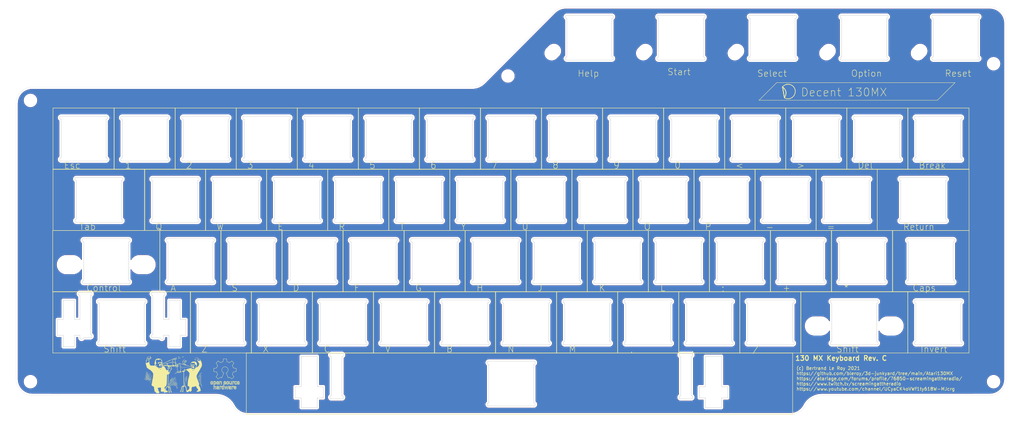
<source format=kicad_pcb>
(kicad_pcb (version 20171130) (host pcbnew "(5.1.10)-1")
  (title_block (title "Atari 130MX Plate") (date 2021-09-16) (rev C))
  (layers (0 F.Cu signal) (31 B.Cu signal) (34 B.Paste user) (35 F.Paste user) (36 B.SilkS user) (37 F.SilkS user) (38 B.Mask user) (39 F.Mask user) (44 Edge.Cuts user))
  (net 0 "")
  (module Atari130MX:SW_Hole_Atari_Space (layer F.Cu) (at 186.47 139.01)
    (fp_text reference SWSpc1 hide)
    (fp_text value SW_Push_45deg)
    (fp_arc (start 56 4.3) (end 56 4.8) (angle -180) (layer Edge.Cuts) (width 0.12))
    (fp_arc (start 56 -8.9) (end 56 -8.4) (angle -180) (layer Edge.Cuts) (width 0.12))
    (fp_arc (start 52.7 4.3) (end 52.7 3.8) (angle -180) (layer Edge.Cuts) (width 0.12))
    (fp_arc (start 52.7 -8.9) (end 52.7 -9.4) (angle -180) (layer Edge.Cuts) (width 0.12))
    (fp_arc (start -56 4.3) (end -56 3.8) (angle -180) (layer Edge.Cuts) (width 0.12))
    (fp_arc (start -56 -8.9) (end -56 -9.4) (angle -180) (layer Edge.Cuts) (width 0.12))
    (fp_arc (start -52.7 4.3) (end -52.7 4.8) (angle -180) (layer Edge.Cuts) (width 0.12))
    (fp_arc (start -52.7 -8.9) (end -52.7 -8.4) (angle -180) (layer Edge.Cuts) (width 0.12))
    (fp_arc (start -7 -6.5) (end -7 -7) (angle -180) (layer Edge.Cuts) (width 0.12))
    (fp_arc (start 7 -6.5) (end 7 -6) (angle -180) (layer Edge.Cuts) (width 0.12))
    (fp_arc (start 7 6.5) (end 7 7) (angle -180) (layer Edge.Cuts) (width 0.12))
    (fp_arc (start -7 6.5) (end -7 6) (angle -180) (layer Edge.Cuts) (width 0.12))
    (fp_line (start -7 -7) (end 7 -7) (layer Edge.Cuts) (width 0.12))
    (fp_line (start -7 7) (end 7 7) (layer Edge.Cuts) (width 0.12))
    (fp_line (start -7 -6) (end -7 6) (layer Edge.Cuts) (width 0.12))
    (fp_line (start 7 -6) (end 7 6) (layer Edge.Cuts) (width 0.12))
    (fp_line (start -56 4.8) (end -52.7 4.8) (layer Edge.Cuts) (width 0.12))
    (fp_line (start -56 -8.4) (end -56 3.8) (layer Edge.Cuts) (width 0.12))
    (fp_line (start -52.7 -9.4) (end -56 -9.4) (layer Edge.Cuts) (width 0.12))
    (fp_line (start -52.7 -8.4) (end -52.7 3.8) (layer Edge.Cuts) (width 0.12))
    (fp_line (start 52.7 4.8) (end 56 4.8) (layer Edge.Cuts) (width 0.12))
    (fp_line (start 52.7 -8.4) (end 52.7 3.8) (layer Edge.Cuts) (width 0.12))
    (fp_line (start 56 -9.4) (end 52.7 -9.4) (layer Edge.Cuts) (width 0.12))
    (fp_line (start 56 -8.4) (end 56 3.8) (layer Edge.Cuts) (width 0.12))
    (fp_line (start -60.4 -8.5) (end -65.4 -8.5) (layer Edge.Cuts) (width 0.12))
    (fp_line (start -65.4 -8.5) (end -65.4 1) (layer Edge.Cuts) (width 0.12))
    (fp_line (start -60.4 -8.5) (end -60.4 1) (layer Edge.Cuts) (width 0.12))
    (fp_line (start -60.4 4.5) (end -60.4 7.5) (layer Edge.Cuts) (width 0.12))
    (fp_line (start -65.4 4.5) (end -65.4 7.5) (layer Edge.Cuts) (width 0.12))
    (fp_line (start -65.4 7.5) (end -60.4 7.5) (layer Edge.Cuts) (width 0.12))
    (fp_line (start -67.3 1) (end -67.3 4.5) (layer Edge.Cuts) (width 0.12))
    (fp_line (start -58.5 1) (end -58.5 4.5) (layer Edge.Cuts) (width 0.12))
    (fp_line (start -67.3 1) (end -65.4 1) (layer Edge.Cuts) (width 0.12))
    (fp_line (start -67.3 4.5) (end -65.4 4.5) (layer Edge.Cuts) (width 0.12))
    (fp_line (start -60.4 4.5) (end -58.5 4.5) (layer Edge.Cuts) (width 0.12))
    (fp_line (start -60.4 1) (end -58.5 1) (layer Edge.Cuts) (width 0.12))
    (fp_line (start 58.5 4.5) (end 60.4 4.5) (layer Edge.Cuts) (width 0.12))
    (fp_line (start 65.4 4.5) (end 67.3 4.5) (layer Edge.Cuts) (width 0.12))
    (fp_line (start 65.4 1) (end 67.3 1) (layer Edge.Cuts) (width 0.12))
    (fp_line (start 58.5 1) (end 60.4 1) (layer Edge.Cuts) (width 0.12))
    (fp_line (start 67.3 1) (end 67.3 4.5) (layer Edge.Cuts) (width 0.12))
    (fp_line (start 65.4 4.5) (end 65.4 7.5) (layer Edge.Cuts) (width 0.12))
    (fp_line (start 60.4 -8.5) (end 60.4 1) (layer Edge.Cuts) (width 0.12))
    (fp_line (start 60.4 4.5) (end 60.4 7.5) (layer Edge.Cuts) (width 0.12))
    (fp_line (start 65.4 -8.5) (end 65.4 1) (layer Edge.Cuts) (width 0.12))
    (fp_line (start 58.5 1) (end 58.5 4.5) (layer Edge.Cuts) (width 0.12))
    (fp_line (start 65.4 -8.5) (end 60.4 -8.5) (layer Edge.Cuts) (width 0.12))
    (fp_line (start 60.4 7.5) (end 65.4 7.5) (layer Edge.Cuts) (width 0.12))
  )
  (module Atari130MX:SW_Hole_2.25u_PCB (layer F.Cu) (at 65.22 119.96)
    (fp_text reference SWLeftSft1 hide)
    (fp_text value SW_Push_45deg)
    (fp_arc (start 12.5 4.8) (end 12 4.8) (angle -180) (layer Edge.Cuts) (width 0.12))
    (fp_arc (start 9.7 4.3) (end 9.7 3.8) (angle -180) (layer Edge.Cuts) (width 0.12))
    (fp_arc (start 13 -8.9) (end 13 -8.4) (angle -180) (layer Edge.Cuts) (width 0.12))
    (fp_arc (start 9.7 -8.9) (end 9.7 -9.4) (angle -180) (layer Edge.Cuts) (width 0.12))
    (fp_arc (start -12.5 4.8) (end -13 4.8) (angle -180) (layer Edge.Cuts) (width 0.12))
    (fp_arc (start -9.7 4.3) (end -9.7 4.8) (angle -180) (layer Edge.Cuts) (width 0.12))
    (fp_arc (start -9.7 -8.9) (end -9.7 -8.4) (angle -180) (layer Edge.Cuts) (width 0.12))
    (fp_arc (start -13 -8.9) (end -13 -9.4) (angle -180) (layer Edge.Cuts) (width 0.12))
    (fp_arc (start -7 6.5) (end -7 6) (angle -180) (layer Edge.Cuts) (width 0.12))
    (fp_arc (start 7 -6.5) (end 7 -6) (angle -180) (layer Edge.Cuts) (width 0.12))
    (fp_arc (start -7 -6.5) (end -7 -7) (angle -180) (layer Edge.Cuts) (width 0.12))
    (fp_arc (start 7 6.5) (end 7 7) (angle -180) (layer Edge.Cuts) (width 0.12))
    (fp_line (start -14.7 -6.9) (end -18.2 -6.9) (layer Edge.Cuts) (width 0.12))
    (fp_line (start -14.7 -0.9) (end -14.7 -6.9) (layer Edge.Cuts) (width 0.12))
    (fp_line (start -13 -0.9) (end -14.7 -0.9) (layer Edge.Cuts) (width 0.12))
    (fp_line (start -13 -8.4) (end -13 -0.9) (layer Edge.Cuts) (width 0.12))
    (fp_line (start -9.7 -9.4) (end -13 -9.4) (layer Edge.Cuts) (width 0.12))
    (fp_line (start -9.7 -8.4) (end -9.7 3.8) (layer Edge.Cuts) (width 0.12))
    (fp_line (start -9.7 4.8) (end -12 4.8) (layer Edge.Cuts) (width 0.12))
    (fp_line (start -13 4.8) (end -13 4) (layer Edge.Cuts) (width 0.12))
    (fp_line (start -13 4) (end -14.7 4) (layer Edge.Cuts) (width 0.12))
    (fp_line (start -14.7 4) (end -14.7 7.6) (layer Edge.Cuts) (width 0.12))
    (fp_line (start -14.7 7.6) (end -18.2 7.6) (layer Edge.Cuts) (width 0.12))
    (fp_line (start -18.2 7.6) (end -18.2 4) (layer Edge.Cuts) (width 0.12))
    (fp_line (start -18.2 4) (end -20 4) (layer Edge.Cuts) (width 0.12))
    (fp_line (start -20 4) (end -20 -0.9) (layer Edge.Cuts) (width 0.12))
    (fp_line (start -20 -0.9) (end -18.2 -0.9) (layer Edge.Cuts) (width 0.12))
    (fp_line (start -18.2 -6.9) (end -18.2 -0.9) (layer Edge.Cuts) (width 0.12))
    (fp_line (start -7 -6) (end -7 6) (layer Edge.Cuts) (width 0.12))
    (fp_line (start -7 -7) (end 7 -7) (layer Edge.Cuts) (width 0.12))
    (fp_line (start -7 7) (end 7 7) (layer Edge.Cuts) (width 0.12))
    (fp_line (start 7 -6) (end 7 6) (layer Edge.Cuts) (width 0.12))
    (fp_line (start 13 -0.9) (end 14.7 -0.9) (layer Edge.Cuts) (width 0.12))
    (fp_line (start 9.7 -9.4) (end 13 -9.4) (layer Edge.Cuts) (width 0.12))
    (fp_line (start 13 -8.4) (end 13 -0.9) (layer Edge.Cuts) (width 0.12))
    (fp_line (start 9.7 -8.4) (end 9.7 3.8) (layer Edge.Cuts) (width 0.12))
    (fp_line (start 9.7 4.8) (end 12 4.8) (layer Edge.Cuts) (width 0.12))
    (fp_line (start 13 4.8) (end 13 4) (layer Edge.Cuts) (width 0.12))
    (fp_line (start 14.7 -6.9) (end 18.2 -6.9) (layer Edge.Cuts) (width 0.12))
    (fp_line (start 14.7 -0.9) (end 14.7 -6.9) (layer Edge.Cuts) (width 0.12))
    (fp_line (start 20 -0.9) (end 18.2 -0.9) (layer Edge.Cuts) (width 0.12))
    (fp_line (start 14.7 4) (end 14.7 7.6) (layer Edge.Cuts) (width 0.12))
    (fp_line (start 14.7 7.6) (end 18.2 7.6) (layer Edge.Cuts) (width 0.12))
    (fp_line (start 20 4) (end 20 -0.9) (layer Edge.Cuts) (width 0.12))
    (fp_line (start 18.2 4) (end 20 4) (layer Edge.Cuts) (width 0.12))
    (fp_line (start 18.2 -6.9) (end 18.2 -0.9) (layer Edge.Cuts) (width 0.12))
    (fp_line (start 13 4) (end 14.7 4) (layer Edge.Cuts) (width 0.12))
    (fp_line (start 18.2 7.6) (end 18.2 4) (layer Edge.Cuts) (width 0.12))
  )
  (module Atari130MX:SW_Hole_1.25u_PCB (layer F.Cu) (at 317.01 100.86)
    (fp_text reference SWCps1 hide)
    (fp_text value SW_Push_45deg)
    (fp_arc (start -7 6.5) (end -7 6) (angle -180) (layer Edge.Cuts) (width 0.12))
    (fp_arc (start 7 6.5) (end 7 7) (angle -180) (layer Edge.Cuts) (width 0.12))
    (fp_arc (start -7 -6.5) (end -7 -7) (angle -180) (layer Edge.Cuts) (width 0.12))
    (fp_arc (start 7 -6.5) (end 7 -6) (angle -180) (layer Edge.Cuts) (width 0.12))
    (fp_line (start 7 -6) (end 7 6) (layer Edge.Cuts) (width 0.12))
    (fp_line (start -7 -7) (end 7 -7) (layer Edge.Cuts) (width 0.12))
    (fp_line (start -7 7) (end 7 7) (layer Edge.Cuts) (width 0.12))
    (fp_line (start -7 -6) (end -7 6) (layer Edge.Cuts) (width 0.12))
  )
  (module Atari130MX:SW_Hole_1.75u_PCB (layer F.Cu) (at 60.41 100.86)
    (fp_text reference SWCtl1 hide)
    (fp_text value SW_Push_45deg)
    (fp_arc (start 7 -6.5) (end 7 -6) (angle -180) (layer Edge.Cuts) (width 0.12))
    (fp_arc (start -7 -6.5) (end -7 -7) (angle -180) (layer Edge.Cuts) (width 0.12))
    (fp_arc (start 7 6.5) (end 7 7) (angle -180) (layer Edge.Cuts) (width 0.12))
    (fp_arc (start -7 6.5) (end -7 6) (angle -180) (layer Edge.Cuts) (width 0.12))
    (fp_line (start -7 7) (end 7 7) (layer Edge.Cuts) (width 0.12))
    (fp_line (start -7 -7) (end 7 -7) (layer Edge.Cuts) (width 0.12))
    (fp_line (start -7 -6) (end -7 6) (layer Edge.Cuts) (width 0.12))
    (fp_line (start 7 -6) (end 7 6) (layer Edge.Cuts) (width 0.12))
    (pad "" np_thru_hole oval (at -11.4 1.1) (size 7 5) (drill oval 7 5) (layers *.Cu *.Mask))
    (pad "" np_thru_hole oval (at 11.4 1.1) (size 7 5) (drill oval 7 5) (layers *.Cu *.Mask))
  )
  (module Atari130MX:SW_Hole_1.75u_PCB (layer F.Cu) (at 293.195 119.96)
    (fp_text reference SWRightSft1 hide)
    (fp_text value SW_Push_45deg)
    (fp_arc (start 7 -6.5) (end 7 -6) (angle -180) (layer Edge.Cuts) (width 0.12))
    (fp_arc (start -7 -6.5) (end -7 -7) (angle -180) (layer Edge.Cuts) (width 0.12))
    (fp_arc (start 7 6.5) (end 7 7) (angle -180) (layer Edge.Cuts) (width 0.12))
    (fp_arc (start -7 6.5) (end -7 6) (angle -180) (layer Edge.Cuts) (width 0.12))
    (fp_line (start -7 7) (end 7 7) (layer Edge.Cuts) (width 0.12))
    (fp_line (start -7 -7) (end 7 -7) (layer Edge.Cuts) (width 0.12))
    (fp_line (start -7 -6) (end -7 6) (layer Edge.Cuts) (width 0.12))
    (fp_line (start 7 -6) (end 7 6) (layer Edge.Cuts) (width 0.12))
    (pad "" np_thru_hole oval (at -11.4 1.1) (size 7 5) (drill oval 7 5) (layers *.Cu *.Mask))
    (pad "" np_thru_hole oval (at 11.4 1.1) (size 7 5) (drill oval 7 5) (layers *.Cu *.Mask))
  )
  (module Atari130MX:SW_Hole_1.50u_Atari_Fn_PCB (layer F.Cu) (at 296.27 31.24)
    (fp_text reference SWOption1 hide)
    (fp_text value SW_Push_45deg)
    (fp_arc (start 7 -6.5) (end 7 -6) (angle -180) (layer Edge.Cuts) (width 0.12))
    (fp_arc (start -7 -6.5) (end -7 -7) (angle -180) (layer Edge.Cuts) (width 0.12))
    (fp_arc (start 7 6.5) (end 7 7) (angle -180) (layer Edge.Cuts) (width 0.12))
    (fp_arc (start -7 6.5) (end -7 6) (angle -180) (layer Edge.Cuts) (width 0.12))
    (fp_line (start 7 -6) (end 7 6) (layer Edge.Cuts) (width 0.12))
    (fp_line (start -7 -6) (end -7 6) (layer Edge.Cuts) (width 0.12))
    (fp_line (start -7 -7) (end 7 -7) (layer Edge.Cuts) (width 0.12))
    (fp_line (start -7 7) (end 7 7) (layer Edge.Cuts) (width 0.12))
    (pad "" np_thru_hole oval (at -11.4 4.5 45) (size 4.5 3.5) (drill oval 4.5 3.5) (layers *.Cu *.Mask))
  )
  (module Atari130MX:SW_Hole_1.50u_Atari_Fn_PCB (layer F.Cu) (at 239.27 31.24)
    (fp_text reference SWStart1 hide)
    (fp_text value SW_Push_45deg)
    (fp_arc (start 7 -6.5) (end 7 -6) (angle -180) (layer Edge.Cuts) (width 0.12))
    (fp_arc (start -7 -6.5) (end -7 -7) (angle -180) (layer Edge.Cuts) (width 0.12))
    (fp_arc (start 7 6.5) (end 7 7) (angle -180) (layer Edge.Cuts) (width 0.12))
    (fp_arc (start -7 6.5) (end -7 6) (angle -180) (layer Edge.Cuts) (width 0.12))
    (fp_line (start 7 -6) (end 7 6) (layer Edge.Cuts) (width 0.12))
    (fp_line (start -7 -6) (end -7 6) (layer Edge.Cuts) (width 0.12))
    (fp_line (start -7 -7) (end 7 -7) (layer Edge.Cuts) (width 0.12))
    (fp_line (start -7 7) (end 7 7) (layer Edge.Cuts) (width 0.12))
    (pad "" np_thru_hole oval (at -11.4 4.5 45) (size 4.5 3.5) (drill oval 4.5 3.5) (layers *.Cu *.Mask))
  )
  (module Atari130MX:SW_Hole_1.50u_Atari_Fn_PCB (layer F.Cu) (at 210.77 31.24)
    (fp_text reference SWHlp1 hide)
    (fp_text value SW_Push_45deg)
    (fp_arc (start 7 -6.5) (end 7 -6) (angle -180) (layer Edge.Cuts) (width 0.12))
    (fp_arc (start -7 -6.5) (end -7 -7) (angle -180) (layer Edge.Cuts) (width 0.12))
    (fp_arc (start 7 6.5) (end 7 7) (angle -180) (layer Edge.Cuts) (width 0.12))
    (fp_arc (start -7 6.5) (end -7 6) (angle -180) (layer Edge.Cuts) (width 0.12))
    (fp_line (start 7 -6) (end 7 6) (layer Edge.Cuts) (width 0.12))
    (fp_line (start -7 -6) (end -7 6) (layer Edge.Cuts) (width 0.12))
    (fp_line (start -7 -7) (end 7 -7) (layer Edge.Cuts) (width 0.12))
    (fp_line (start -7 7) (end 7 7) (layer Edge.Cuts) (width 0.12))
    (pad "" np_thru_hole oval (at -11.4 4.5 45) (size 4.5 3.5) (drill oval 4.5 3.5) (layers *.Cu *.Mask))
  )
  (module Atari130MX:SW_Hole_1.50u_Atari_Fn_PCB (layer F.Cu) (at 324.77 31.24)
    (fp_text reference SWReset1 hide)
    (fp_text value SW_Push_45deg)
    (fp_arc (start 7 -6.5) (end 7 -6) (angle -180) (layer Edge.Cuts) (width 0.12))
    (fp_arc (start -7 -6.5) (end -7 -7) (angle -180) (layer Edge.Cuts) (width 0.12))
    (fp_arc (start 7 6.5) (end 7 7) (angle -180) (layer Edge.Cuts) (width 0.12))
    (fp_arc (start -7 6.5) (end -7 6) (angle -180) (layer Edge.Cuts) (width 0.12))
    (fp_line (start 7 -6) (end 7 6) (layer Edge.Cuts) (width 0.12))
    (fp_line (start -7 -6) (end -7 6) (layer Edge.Cuts) (width 0.12))
    (fp_line (start -7 -7) (end 7 -7) (layer Edge.Cuts) (width 0.12))
    (fp_line (start -7 7) (end 7 7) (layer Edge.Cuts) (width 0.12))
    (pad "" np_thru_hole oval (at -11.4 4.5 45) (size 4.5 3.5) (drill oval 4.5 3.5) (layers *.Cu *.Mask))
  )
  (module Atari130MX:SW_Hole_1.50u_Atari_Fn_PCB (layer F.Cu) (at 267.77 31.24)
    (fp_text reference SWSelect1 hide)
    (fp_text value SW_Push_45deg)
    (fp_arc (start 7 -6.5) (end 7 -6) (angle -180) (layer Edge.Cuts) (width 0.12))
    (fp_arc (start -7 -6.5) (end -7 -7) (angle -180) (layer Edge.Cuts) (width 0.12))
    (fp_arc (start 7 6.5) (end 7 7) (angle -180) (layer Edge.Cuts) (width 0.12))
    (fp_arc (start -7 6.5) (end -7 6) (angle -180) (layer Edge.Cuts) (width 0.12))
    (fp_line (start 7 -6) (end 7 6) (layer Edge.Cuts) (width 0.12))
    (fp_line (start -7 -6) (end -7 6) (layer Edge.Cuts) (width 0.12))
    (fp_line (start -7 -7) (end 7 -7) (layer Edge.Cuts) (width 0.12))
    (fp_line (start -7 7) (end 7 7) (layer Edge.Cuts) (width 0.12))
    (pad "" np_thru_hole oval (at -11.4 4.5 45) (size 4.5 3.5) (drill oval 4.5 3.5) (layers *.Cu *.Mask))
  )
  (module Atari130MX:ScreamingAtTheRadio (layer F.Cu) (at 81.37 135.19)
    (fp_text reference G*** hide)
    (fp_text value LOGO hide)
  )
  (module Atari130MX:SW_Hole_1.50u_PCB (layer F.Cu) (at 58.13 81.79)
    (fp_text reference SWTab1 hide)
    (fp_text value SW_Push_45deg)
    (fp_arc (start 7 -6.5) (end 7 -6) (angle -180) (layer Edge.Cuts) (width 0.12))
    (fp_arc (start -7 -6.5) (end -7 -7) (angle -180) (layer Edge.Cuts) (width 0.12))
    (fp_arc (start 7 6.5) (end 7 7) (angle -180) (layer Edge.Cuts) (width 0.12))
    (fp_arc (start -7 6.5) (end -7 6) (angle -180) (layer Edge.Cuts) (width 0.12))
    (fp_line (start -7 7) (end 7 7) (layer Edge.Cuts) (width 0.12))
    (fp_line (start -7 -7) (end 7 -7) (layer Edge.Cuts) (width 0.12))
    (fp_line (start -7 -6) (end -7 6) (layer Edge.Cuts) (width 0.12))
    (fp_line (start 7 -6) (end 7 6) (layer Edge.Cuts) (width 0.12))
  )
  (module Atari130MX:SW_Hole_1.50u_PCB (layer F.Cu) (at 314.63 81.79)
    (fp_text reference SWRet1 hide)
    (fp_text value SW_Push_45deg)
    (fp_arc (start 7 -6.5) (end 7 -6) (angle -180) (layer Edge.Cuts) (width 0.12))
    (fp_arc (start -7 -6.5) (end -7 -7) (angle -180) (layer Edge.Cuts) (width 0.12))
    (fp_arc (start 7 6.5) (end 7 7) (angle -180) (layer Edge.Cuts) (width 0.12))
    (fp_arc (start -7 6.5) (end -7 6) (angle -180) (layer Edge.Cuts) (width 0.12))
    (fp_line (start -7 7) (end 7 7) (layer Edge.Cuts) (width 0.12))
    (fp_line (start -7 -7) (end 7 -7) (layer Edge.Cuts) (width 0.12))
    (fp_line (start -7 -6) (end -7 6) (layer Edge.Cuts) (width 0.12))
    (fp_line (start 7 -6) (end 7 6) (layer Edge.Cuts) (width 0.12))
  )
  (module Atari130MX:SW_Hole_1.00u_PCB (layer F.Cu) (at 53.37 62.69)
    (fp_text reference SWEsc1 hide)
    (fp_text value SW_Push_45deg)
    (fp_arc (start -7 6.5) (end -7 6) (angle -180) (layer Edge.Cuts) (width 0.12))
    (fp_arc (start 7 6.5) (end 7 7) (angle -180) (layer Edge.Cuts) (width 0.12))
    (fp_arc (start -7 -6.5) (end -7 -7) (angle -180) (layer Edge.Cuts) (width 0.12))
    (fp_arc (start 7 -6.5) (end 7 -6) (angle -180) (layer Edge.Cuts) (width 0.12))
    (fp_line (start 7 -6) (end 7 6) (layer Edge.Cuts) (width 0.12))
    (fp_line (start -7 -7) (end 7 -7) (layer Edge.Cuts) (width 0.12))
    (fp_line (start -7 7) (end 7 7) (layer Edge.Cuts) (width 0.12))
    (fp_line (start -7 -6) (end -7 6) (layer Edge.Cuts) (width 0.12))
  )
  (module Atari130MX:SW_Hole_1.00u_PCB (layer F.Cu) (at 200.61 100.86)
    (fp_text reference SWJ1 hide)
    (fp_text value SW_Push_45deg)
    (fp_arc (start -7 6.5) (end -7 6) (angle -180) (layer Edge.Cuts) (width 0.12))
    (fp_arc (start 7 6.5) (end 7 7) (angle -180) (layer Edge.Cuts) (width 0.12))
    (fp_arc (start -7 -6.5) (end -7 -7) (angle -180) (layer Edge.Cuts) (width 0.12))
    (fp_arc (start 7 -6.5) (end 7 -6) (angle -180) (layer Edge.Cuts) (width 0.12))
    (fp_line (start 7 -6) (end 7 6) (layer Edge.Cuts) (width 0.12))
    (fp_line (start -7 -7) (end 7 -7) (layer Edge.Cuts) (width 0.12))
    (fp_line (start -7 7) (end 7 7) (layer Edge.Cuts) (width 0.12))
    (fp_line (start -7 -6) (end -7 6) (layer Edge.Cuts) (width 0.12))
  )
  (module Atari130MX:SW_Hole_1.00u_PCB (layer F.Cu) (at 143.61 100.86)
    (fp_text reference SWF1 hide)
    (fp_text value SW_Push_45deg)
    (fp_arc (start -7 6.5) (end -7 6) (angle -180) (layer Edge.Cuts) (width 0.12))
    (fp_arc (start 7 6.5) (end 7 7) (angle -180) (layer Edge.Cuts) (width 0.12))
    (fp_arc (start -7 -6.5) (end -7 -7) (angle -180) (layer Edge.Cuts) (width 0.12))
    (fp_arc (start 7 -6.5) (end 7 -6) (angle -180) (layer Edge.Cuts) (width 0.12))
    (fp_line (start 7 -6) (end 7 6) (layer Edge.Cuts) (width 0.12))
    (fp_line (start -7 -7) (end 7 -7) (layer Edge.Cuts) (width 0.12))
    (fp_line (start -7 7) (end 7 7) (layer Edge.Cuts) (width 0.12))
    (fp_line (start -7 -6) (end -7 6) (layer Edge.Cuts) (width 0.12))
  )
  (module Atari130MX:SW_Hole_1.00u_PCB (layer F.Cu) (at 134.07 119.96)
    (fp_text reference SWC1 hide)
    (fp_text value SW_Push_45deg)
    (fp_arc (start -7 6.5) (end -7 6) (angle -180) (layer Edge.Cuts) (width 0.12))
    (fp_arc (start 7 6.5) (end 7 7) (angle -180) (layer Edge.Cuts) (width 0.12))
    (fp_arc (start -7 -6.5) (end -7 -7) (angle -180) (layer Edge.Cuts) (width 0.12))
    (fp_arc (start 7 -6.5) (end 7 -6) (angle -180) (layer Edge.Cuts) (width 0.12))
    (fp_line (start 7 -6) (end 7 6) (layer Edge.Cuts) (width 0.12))
    (fp_line (start -7 -7) (end 7 -7) (layer Edge.Cuts) (width 0.12))
    (fp_line (start -7 7) (end 7 7) (layer Edge.Cuts) (width 0.12))
    (fp_line (start -7 -6) (end -7 6) (layer Edge.Cuts) (width 0.12))
  )
  (module Atari130MX:SW_Hole_1.00u_PCB (layer F.Cu) (at 229.07 119.96)
    (fp_text reference SWComma1 hide)
    (fp_text value SW_Push_45deg)
    (fp_arc (start -7 6.5) (end -7 6) (angle -180) (layer Edge.Cuts) (width 0.12))
    (fp_arc (start 7 6.5) (end 7 7) (angle -180) (layer Edge.Cuts) (width 0.12))
    (fp_arc (start -7 -6.5) (end -7 -7) (angle -180) (layer Edge.Cuts) (width 0.12))
    (fp_arc (start 7 -6.5) (end 7 -6) (angle -180) (layer Edge.Cuts) (width 0.12))
    (fp_line (start 7 -6) (end 7 6) (layer Edge.Cuts) (width 0.12))
    (fp_line (start -7 -7) (end 7 -7) (layer Edge.Cuts) (width 0.12))
    (fp_line (start -7 7) (end 7 7) (layer Edge.Cuts) (width 0.12))
    (fp_line (start -7 -6) (end -7 6) (layer Edge.Cuts) (width 0.12))
  )
  (module Atari130MX:SW_Hole_1.00u_PCB (layer F.Cu) (at 124.61 100.86)
    (fp_text reference SWD1 hide)
    (fp_text value SW_Push_45deg)
    (fp_arc (start -7 6.5) (end -7 6) (angle -180) (layer Edge.Cuts) (width 0.12))
    (fp_arc (start 7 6.5) (end 7 7) (angle -180) (layer Edge.Cuts) (width 0.12))
    (fp_arc (start -7 -6.5) (end -7 -7) (angle -180) (layer Edge.Cuts) (width 0.12))
    (fp_arc (start 7 -6.5) (end 7 -6) (angle -180) (layer Edge.Cuts) (width 0.12))
    (fp_line (start 7 -6) (end 7 6) (layer Edge.Cuts) (width 0.12))
    (fp_line (start -7 -7) (end 7 -7) (layer Edge.Cuts) (width 0.12))
    (fp_line (start -7 7) (end 7 7) (layer Edge.Cuts) (width 0.12))
    (fp_line (start -7 -6) (end -7 6) (layer Edge.Cuts) (width 0.12))
  )
  (module Atari130MX:SW_Hole_1.00u_PCB (layer F.Cu) (at 290.83 81.79)
    (fp_text reference SWEqual1 hide)
    (fp_text value SW_Push_45deg)
    (fp_arc (start -7 6.5) (end -7 6) (angle -180) (layer Edge.Cuts) (width 0.12))
    (fp_arc (start 7 6.5) (end 7 7) (angle -180) (layer Edge.Cuts) (width 0.12))
    (fp_arc (start -7 -6.5) (end -7 -7) (angle -180) (layer Edge.Cuts) (width 0.12))
    (fp_arc (start 7 -6.5) (end 7 -6) (angle -180) (layer Edge.Cuts) (width 0.12))
    (fp_line (start 7 -6) (end 7 6) (layer Edge.Cuts) (width 0.12))
    (fp_line (start -7 -7) (end 7 -7) (layer Edge.Cuts) (width 0.12))
    (fp_line (start -7 7) (end 7 7) (layer Edge.Cuts) (width 0.12))
    (fp_line (start -7 -6) (end -7 6) (layer Edge.Cuts) (width 0.12))
  )
  (module Atari130MX:SW_Hole_1.00u_PCB (layer F.Cu) (at 162.61 100.86)
    (fp_text reference SWG1 hide)
    (fp_text value SW_Push_45deg)
    (fp_arc (start -7 6.5) (end -7 6) (angle -180) (layer Edge.Cuts) (width 0.12))
    (fp_arc (start 7 6.5) (end 7 7) (angle -180) (layer Edge.Cuts) (width 0.12))
    (fp_arc (start -7 -6.5) (end -7 -7) (angle -180) (layer Edge.Cuts) (width 0.12))
    (fp_arc (start 7 -6.5) (end 7 -6) (angle -180) (layer Edge.Cuts) (width 0.12))
    (fp_line (start 7 -6) (end 7 6) (layer Edge.Cuts) (width 0.12))
    (fp_line (start -7 -7) (end 7 -7) (layer Edge.Cuts) (width 0.12))
    (fp_line (start -7 7) (end 7 7) (layer Edge.Cuts) (width 0.12))
    (fp_line (start -7 -6) (end -7 6) (layer Edge.Cuts) (width 0.12))
  )
  (module Atari130MX:SW_Hole_1.00u_PCB (layer F.Cu) (at 214.83 81.79)
    (fp_text reference SWI1 hide)
    (fp_text value SW_Push_45deg)
    (fp_arc (start -7 6.5) (end -7 6) (angle -180) (layer Edge.Cuts) (width 0.12))
    (fp_arc (start 7 6.5) (end 7 7) (angle -180) (layer Edge.Cuts) (width 0.12))
    (fp_arc (start -7 -6.5) (end -7 -7) (angle -180) (layer Edge.Cuts) (width 0.12))
    (fp_arc (start 7 -6.5) (end 7 -6) (angle -180) (layer Edge.Cuts) (width 0.12))
    (fp_line (start 7 -6) (end 7 6) (layer Edge.Cuts) (width 0.12))
    (fp_line (start -7 -7) (end 7 -7) (layer Edge.Cuts) (width 0.12))
    (fp_line (start -7 7) (end 7 7) (layer Edge.Cuts) (width 0.12))
    (fp_line (start -7 -6) (end -7 6) (layer Edge.Cuts) (width 0.12))
  )
  (module Atari130MX:SW_Hole_1.00u_PCB (layer F.Cu) (at 172.07 119.96)
    (fp_text reference SWB1 hide)
    (fp_text value SW_Push_45deg)
    (fp_arc (start -7 6.5) (end -7 6) (angle -180) (layer Edge.Cuts) (width 0.12))
    (fp_arc (start 7 6.5) (end 7 7) (angle -180) (layer Edge.Cuts) (width 0.12))
    (fp_arc (start -7 -6.5) (end -7 -7) (angle -180) (layer Edge.Cuts) (width 0.12))
    (fp_arc (start 7 -6.5) (end 7 -6) (angle -180) (layer Edge.Cuts) (width 0.12))
    (fp_line (start 7 -6) (end 7 6) (layer Edge.Cuts) (width 0.12))
    (fp_line (start -7 -7) (end 7 -7) (layer Edge.Cuts) (width 0.12))
    (fp_line (start -7 7) (end 7 7) (layer Edge.Cuts) (width 0.12))
    (fp_line (start -7 -6) (end -7 6) (layer Edge.Cuts) (width 0.12))
  )
  (module Atari130MX:SW_Hole_1.00u_PCB (layer F.Cu) (at 319.37 62.69)
    (fp_text reference SWBrk1 hide)
    (fp_text value SW_Push_45deg)
    (fp_arc (start -7 6.5) (end -7 6) (angle -180) (layer Edge.Cuts) (width 0.12))
    (fp_arc (start 7 6.5) (end 7 7) (angle -180) (layer Edge.Cuts) (width 0.12))
    (fp_arc (start -7 -6.5) (end -7 -7) (angle -180) (layer Edge.Cuts) (width 0.12))
    (fp_arc (start 7 -6.5) (end 7 -6) (angle -180) (layer Edge.Cuts) (width 0.12))
    (fp_line (start 7 -6) (end 7 6) (layer Edge.Cuts) (width 0.12))
    (fp_line (start -7 -7) (end 7 -7) (layer Edge.Cuts) (width 0.12))
    (fp_line (start -7 7) (end 7 7) (layer Edge.Cuts) (width 0.12))
    (fp_line (start -7 -6) (end -7 6) (layer Edge.Cuts) (width 0.12))
  )
  (module Atari130MX:SW_Hole_1.00u_PCB (layer F.Cu) (at 119.83 81.79)
    (fp_text reference SWE1 hide)
    (fp_text value SW_Push_45deg)
    (fp_arc (start -7 6.5) (end -7 6) (angle -180) (layer Edge.Cuts) (width 0.12))
    (fp_arc (start 7 6.5) (end 7 7) (angle -180) (layer Edge.Cuts) (width 0.12))
    (fp_arc (start -7 -6.5) (end -7 -7) (angle -180) (layer Edge.Cuts) (width 0.12))
    (fp_arc (start 7 -6.5) (end 7 -6) (angle -180) (layer Edge.Cuts) (width 0.12))
    (fp_line (start 7 -6) (end 7 6) (layer Edge.Cuts) (width 0.12))
    (fp_line (start -7 -7) (end 7 -7) (layer Edge.Cuts) (width 0.12))
    (fp_line (start -7 7) (end 7 7) (layer Edge.Cuts) (width 0.12))
    (fp_line (start -7 -6) (end -7 6) (layer Edge.Cuts) (width 0.12))
  )
  (module Atari130MX:SW_Hole_1.00u_PCB (layer F.Cu) (at 319.37 119.96)
    (fp_text reference SWInv1 hide)
    (fp_text value SW_Push_45deg)
    (fp_arc (start -7 6.5) (end -7 6) (angle -180) (layer Edge.Cuts) (width 0.12))
    (fp_arc (start 7 6.5) (end 7 7) (angle -180) (layer Edge.Cuts) (width 0.12))
    (fp_arc (start -7 -6.5) (end -7 -7) (angle -180) (layer Edge.Cuts) (width 0.12))
    (fp_arc (start 7 -6.5) (end 7 -6) (angle -180) (layer Edge.Cuts) (width 0.12))
    (fp_line (start 7 -6) (end 7 6) (layer Edge.Cuts) (width 0.12))
    (fp_line (start -7 -7) (end 7 -7) (layer Edge.Cuts) (width 0.12))
    (fp_line (start -7 7) (end 7 7) (layer Edge.Cuts) (width 0.12))
    (fp_line (start -7 -6) (end -7 6) (layer Edge.Cuts) (width 0.12))
  )
  (module Atari130MX:SW_Hole_1.00u_PCB (layer F.Cu) (at 271.83 81.79)
    (fp_text reference SWDash1 hide)
    (fp_text value SW_Push_45deg)
    (fp_arc (start -7 6.5) (end -7 6) (angle -180) (layer Edge.Cuts) (width 0.12))
    (fp_arc (start 7 6.5) (end 7 7) (angle -180) (layer Edge.Cuts) (width 0.12))
    (fp_arc (start -7 -6.5) (end -7 -7) (angle -180) (layer Edge.Cuts) (width 0.12))
    (fp_arc (start 7 -6.5) (end 7 -6) (angle -180) (layer Edge.Cuts) (width 0.12))
    (fp_line (start 7 -6) (end 7 6) (layer Edge.Cuts) (width 0.12))
    (fp_line (start -7 -7) (end 7 -7) (layer Edge.Cuts) (width 0.12))
    (fp_line (start -7 7) (end 7 7) (layer Edge.Cuts) (width 0.12))
    (fp_line (start -7 -6) (end -7 6) (layer Edge.Cuts) (width 0.12))
  )
  (module Atari130MX:SW_Hole_1.00u_PCB (layer F.Cu) (at 300.37 62.69)
    (fp_text reference SWDel1 hide)
    (fp_text value SW_Push_45deg)
    (fp_arc (start -7 6.5) (end -7 6) (angle -180) (layer Edge.Cuts) (width 0.12))
    (fp_arc (start 7 6.5) (end 7 7) (angle -180) (layer Edge.Cuts) (width 0.12))
    (fp_arc (start -7 -6.5) (end -7 -7) (angle -180) (layer Edge.Cuts) (width 0.12))
    (fp_arc (start 7 -6.5) (end 7 -6) (angle -180) (layer Edge.Cuts) (width 0.12))
    (fp_line (start 7 -6) (end 7 6) (layer Edge.Cuts) (width 0.12))
    (fp_line (start -7 -7) (end 7 -7) (layer Edge.Cuts) (width 0.12))
    (fp_line (start -7 7) (end 7 7) (layer Edge.Cuts) (width 0.12))
    (fp_line (start -7 -6) (end -7 6) (layer Edge.Cuts) (width 0.12))
  )
  (module Atari130MX:SW_Hole_1.00u_PCB (layer F.Cu) (at 281.37 62.69)
    (fp_text reference SWGT1 hide)
    (fp_text value SW_Push_45deg)
    (fp_arc (start -7 6.5) (end -7 6) (angle -180) (layer Edge.Cuts) (width 0.12))
    (fp_arc (start 7 6.5) (end 7 7) (angle -180) (layer Edge.Cuts) (width 0.12))
    (fp_arc (start -7 -6.5) (end -7 -7) (angle -180) (layer Edge.Cuts) (width 0.12))
    (fp_arc (start 7 -6.5) (end 7 -6) (angle -180) (layer Edge.Cuts) (width 0.12))
    (fp_line (start 7 -6) (end 7 6) (layer Edge.Cuts) (width 0.12))
    (fp_line (start -7 -7) (end 7 -7) (layer Edge.Cuts) (width 0.12))
    (fp_line (start -7 7) (end 7 7) (layer Edge.Cuts) (width 0.12))
    (fp_line (start -7 -6) (end -7 6) (layer Edge.Cuts) (width 0.12))
  )
  (module Atari130MX:SW_Hole_1.00u_PCB (layer F.Cu) (at 181.61 100.86)
    (fp_text reference SWH1 hide)
    (fp_text value SW_Push_45deg)
    (fp_arc (start -7 6.5) (end -7 6) (angle -180) (layer Edge.Cuts) (width 0.12))
    (fp_arc (start 7 6.5) (end 7 7) (angle -180) (layer Edge.Cuts) (width 0.12))
    (fp_arc (start -7 -6.5) (end -7 -7) (angle -180) (layer Edge.Cuts) (width 0.12))
    (fp_arc (start 7 -6.5) (end 7 -6) (angle -180) (layer Edge.Cuts) (width 0.12))
    (fp_line (start 7 -6) (end 7 6) (layer Edge.Cuts) (width 0.12))
    (fp_line (start -7 -7) (end 7 -7) (layer Edge.Cuts) (width 0.12))
    (fp_line (start -7 7) (end 7 7) (layer Edge.Cuts) (width 0.12))
    (fp_line (start -7 -6) (end -7 6) (layer Edge.Cuts) (width 0.12))
  )
  (module Atari130MX:SW_Hole_1.00u_PCB (layer F.Cu) (at 252.83 81.79)
    (fp_text reference SWP1 hide)
    (fp_text value SW_Push_45deg)
    (fp_arc (start -7 6.5) (end -7 6) (angle -180) (layer Edge.Cuts) (width 0.12))
    (fp_arc (start 7 6.5) (end 7 7) (angle -180) (layer Edge.Cuts) (width 0.12))
    (fp_arc (start -7 -6.5) (end -7 -7) (angle -180) (layer Edge.Cuts) (width 0.12))
    (fp_arc (start 7 -6.5) (end 7 -6) (angle -180) (layer Edge.Cuts) (width 0.12))
    (fp_line (start 7 -6) (end 7 6) (layer Edge.Cuts) (width 0.12))
    (fp_line (start -7 -7) (end 7 -7) (layer Edge.Cuts) (width 0.12))
    (fp_line (start -7 7) (end 7 7) (layer Edge.Cuts) (width 0.12))
    (fp_line (start -7 -6) (end -7 6) (layer Edge.Cuts) (width 0.12))
  )
  (module Atari130MX:SW_Hole_1.00u_PCB (layer F.Cu) (at 267.07 119.96)
    (fp_text reference SWSlash1 hide)
    (fp_text value SW_Push_45deg)
    (fp_arc (start -7 6.5) (end -7 6) (angle -180) (layer Edge.Cuts) (width 0.12))
    (fp_arc (start 7 6.5) (end 7 7) (angle -180) (layer Edge.Cuts) (width 0.12))
    (fp_arc (start -7 -6.5) (end -7 -7) (angle -180) (layer Edge.Cuts) (width 0.12))
    (fp_arc (start 7 -6.5) (end 7 -6) (angle -180) (layer Edge.Cuts) (width 0.12))
    (fp_line (start 7 -6) (end 7 6) (layer Edge.Cuts) (width 0.12))
    (fp_line (start -7 -7) (end 7 -7) (layer Edge.Cuts) (width 0.12))
    (fp_line (start -7 7) (end 7 7) (layer Edge.Cuts) (width 0.12))
    (fp_line (start -7 -6) (end -7 6) (layer Edge.Cuts) (width 0.12))
  )
  (module Atari130MX:SW_Hole_1.00u_PCB (layer F.Cu) (at 257.61 100.86)
    (fp_text reference SWSemi1 hide)
    (fp_text value SW_Push_45deg)
    (fp_arc (start -7 6.5) (end -7 6) (angle -180) (layer Edge.Cuts) (width 0.12))
    (fp_arc (start 7 6.5) (end 7 7) (angle -180) (layer Edge.Cuts) (width 0.12))
    (fp_arc (start -7 -6.5) (end -7 -7) (angle -180) (layer Edge.Cuts) (width 0.12))
    (fp_arc (start 7 -6.5) (end 7 -6) (angle -180) (layer Edge.Cuts) (width 0.12))
    (fp_line (start 7 -6) (end 7 6) (layer Edge.Cuts) (width 0.12))
    (fp_line (start -7 -7) (end 7 -7) (layer Edge.Cuts) (width 0.12))
    (fp_line (start -7 7) (end 7 7) (layer Edge.Cuts) (width 0.12))
    (fp_line (start -7 -6) (end -7 6) (layer Edge.Cuts) (width 0.12))
  )
  (module Atari130MX:SW_Hole_1.00u_PCB (layer F.Cu) (at 262.37 62.69)
    (fp_text reference SWLT1 hide)
    (fp_text value SW_Push_45deg)
    (fp_arc (start -7 6.5) (end -7 6) (angle -180) (layer Edge.Cuts) (width 0.12))
    (fp_arc (start 7 6.5) (end 7 7) (angle -180) (layer Edge.Cuts) (width 0.12))
    (fp_arc (start -7 -6.5) (end -7 -7) (angle -180) (layer Edge.Cuts) (width 0.12))
    (fp_arc (start 7 -6.5) (end 7 -6) (angle -180) (layer Edge.Cuts) (width 0.12))
    (fp_line (start 7 -6) (end 7 6) (layer Edge.Cuts) (width 0.12))
    (fp_line (start -7 -7) (end 7 -7) (layer Edge.Cuts) (width 0.12))
    (fp_line (start -7 7) (end 7 7) (layer Edge.Cuts) (width 0.12))
    (fp_line (start -7 -6) (end -7 6) (layer Edge.Cuts) (width 0.12))
  )
  (module Atari130MX:SW_Hole_1.00u_PCB (layer F.Cu) (at 191.07 119.96)
    (fp_text reference SWN1 hide)
    (fp_text value SW_Push_45deg)
    (fp_arc (start -7 6.5) (end -7 6) (angle -180) (layer Edge.Cuts) (width 0.12))
    (fp_arc (start 7 6.5) (end 7 7) (angle -180) (layer Edge.Cuts) (width 0.12))
    (fp_arc (start -7 -6.5) (end -7 -7) (angle -180) (layer Edge.Cuts) (width 0.12))
    (fp_arc (start 7 -6.5) (end 7 -6) (angle -180) (layer Edge.Cuts) (width 0.12))
    (fp_line (start 7 -6) (end 7 6) (layer Edge.Cuts) (width 0.12))
    (fp_line (start -7 -7) (end 7 -7) (layer Edge.Cuts) (width 0.12))
    (fp_line (start -7 7) (end 7 7) (layer Edge.Cuts) (width 0.12))
    (fp_line (start -7 -6) (end -7 6) (layer Edge.Cuts) (width 0.12))
  )
  (module Atari130MX:SW_Hole_1.00u_PCB (layer F.Cu) (at 157.83 81.79)
    (fp_text reference SWT1 hide)
    (fp_text value SW_Push_45deg)
    (fp_arc (start -7 6.5) (end -7 6) (angle -180) (layer Edge.Cuts) (width 0.12))
    (fp_arc (start 7 6.5) (end 7 7) (angle -180) (layer Edge.Cuts) (width 0.12))
    (fp_arc (start -7 -6.5) (end -7 -7) (angle -180) (layer Edge.Cuts) (width 0.12))
    (fp_arc (start 7 -6.5) (end 7 -6) (angle -180) (layer Edge.Cuts) (width 0.12))
    (fp_line (start 7 -6) (end 7 6) (layer Edge.Cuts) (width 0.12))
    (fp_line (start -7 -7) (end 7 -7) (layer Edge.Cuts) (width 0.12))
    (fp_line (start -7 7) (end 7 7) (layer Edge.Cuts) (width 0.12))
    (fp_line (start -7 -6) (end -7 6) (layer Edge.Cuts) (width 0.12))
  )
  (module Atari130MX:SW_Hole_1.00u_PCB (layer F.Cu) (at 210.07 119.96)
    (fp_text reference SWM1 hide)
    (fp_text value SW_Push_45deg)
    (fp_arc (start -7 6.5) (end -7 6) (angle -180) (layer Edge.Cuts) (width 0.12))
    (fp_arc (start 7 6.5) (end 7 7) (angle -180) (layer Edge.Cuts) (width 0.12))
    (fp_arc (start -7 -6.5) (end -7 -7) (angle -180) (layer Edge.Cuts) (width 0.12))
    (fp_arc (start 7 -6.5) (end 7 -6) (angle -180) (layer Edge.Cuts) (width 0.12))
    (fp_line (start 7 -6) (end 7 6) (layer Edge.Cuts) (width 0.12))
    (fp_line (start -7 -7) (end 7 -7) (layer Edge.Cuts) (width 0.12))
    (fp_line (start -7 7) (end 7 7) (layer Edge.Cuts) (width 0.12))
    (fp_line (start -7 -6) (end -7 6) (layer Edge.Cuts) (width 0.12))
  )
  (module Atari130MX:SW_Hole_1.00u_PCB (layer F.Cu) (at 105.61 100.86)
    (fp_text reference SWS1 hide)
    (fp_text value SW_Push_45deg)
    (fp_arc (start -7 6.5) (end -7 6) (angle -180) (layer Edge.Cuts) (width 0.12))
    (fp_arc (start 7 6.5) (end 7 7) (angle -180) (layer Edge.Cuts) (width 0.12))
    (fp_arc (start -7 -6.5) (end -7 -7) (angle -180) (layer Edge.Cuts) (width 0.12))
    (fp_arc (start 7 -6.5) (end 7 -6) (angle -180) (layer Edge.Cuts) (width 0.12))
    (fp_line (start 7 -6) (end 7 6) (layer Edge.Cuts) (width 0.12))
    (fp_line (start -7 -7) (end 7 -7) (layer Edge.Cuts) (width 0.12))
    (fp_line (start -7 7) (end 7 7) (layer Edge.Cuts) (width 0.12))
    (fp_line (start -7 -6) (end -7 6) (layer Edge.Cuts) (width 0.12))
  )
  (module Atari130MX:SW_Hole_1.00u_PCB (layer F.Cu) (at 138.83 81.79)
    (fp_text reference SWR1 hide)
    (fp_text value SW_Push_45deg)
    (fp_arc (start -7 6.5) (end -7 6) (angle -180) (layer Edge.Cuts) (width 0.12))
    (fp_arc (start 7 6.5) (end 7 7) (angle -180) (layer Edge.Cuts) (width 0.12))
    (fp_arc (start -7 -6.5) (end -7 -7) (angle -180) (layer Edge.Cuts) (width 0.12))
    (fp_arc (start 7 -6.5) (end 7 -6) (angle -180) (layer Edge.Cuts) (width 0.12))
    (fp_line (start 7 -6) (end 7 6) (layer Edge.Cuts) (width 0.12))
    (fp_line (start -7 -7) (end 7 -7) (layer Edge.Cuts) (width 0.12))
    (fp_line (start -7 7) (end 7 7) (layer Edge.Cuts) (width 0.12))
    (fp_line (start -7 -6) (end -7 6) (layer Edge.Cuts) (width 0.12))
  )
  (module Atari130MX:SW_Hole_1.00u_PCB (layer F.Cu) (at 81.83 81.79)
    (fp_text reference SWQ1 hide)
    (fp_text value SW_Push_45deg)
    (fp_arc (start -7 6.5) (end -7 6) (angle -180) (layer Edge.Cuts) (width 0.12))
    (fp_arc (start 7 6.5) (end 7 7) (angle -180) (layer Edge.Cuts) (width 0.12))
    (fp_arc (start -7 -6.5) (end -7 -7) (angle -180) (layer Edge.Cuts) (width 0.12))
    (fp_arc (start 7 -6.5) (end 7 -6) (angle -180) (layer Edge.Cuts) (width 0.12))
    (fp_line (start 7 -6) (end 7 6) (layer Edge.Cuts) (width 0.12))
    (fp_line (start -7 -7) (end 7 -7) (layer Edge.Cuts) (width 0.12))
    (fp_line (start -7 7) (end 7 7) (layer Edge.Cuts) (width 0.12))
    (fp_line (start -7 -6) (end -7 6) (layer Edge.Cuts) (width 0.12))
  )
  (module Atari130MX:SW_Hole_1.00u_PCB (layer F.Cu) (at 219.61 100.86)
    (fp_text reference SWK1 hide)
    (fp_text value SW_Push_45deg)
    (fp_arc (start -7 6.5) (end -7 6) (angle -180) (layer Edge.Cuts) (width 0.12))
    (fp_arc (start 7 6.5) (end 7 7) (angle -180) (layer Edge.Cuts) (width 0.12))
    (fp_arc (start -7 -6.5) (end -7 -7) (angle -180) (layer Edge.Cuts) (width 0.12))
    (fp_arc (start 7 -6.5) (end 7 -6) (angle -180) (layer Edge.Cuts) (width 0.12))
    (fp_line (start 7 -6) (end 7 6) (layer Edge.Cuts) (width 0.12))
    (fp_line (start -7 -7) (end 7 -7) (layer Edge.Cuts) (width 0.12))
    (fp_line (start -7 7) (end 7 7) (layer Edge.Cuts) (width 0.12))
    (fp_line (start -7 -6) (end -7 6) (layer Edge.Cuts) (width 0.12))
  )
  (module Atari130MX:SW_Hole_1.00u_PCB (layer F.Cu) (at 295.61 100.86)
    (fp_text reference SWStar1 hide)
    (fp_text value SW_Push_45deg)
    (fp_arc (start -7 6.5) (end -7 6) (angle -180) (layer Edge.Cuts) (width 0.12))
    (fp_arc (start 7 6.5) (end 7 7) (angle -180) (layer Edge.Cuts) (width 0.12))
    (fp_arc (start -7 -6.5) (end -7 -7) (angle -180) (layer Edge.Cuts) (width 0.12))
    (fp_arc (start 7 -6.5) (end 7 -6) (angle -180) (layer Edge.Cuts) (width 0.12))
    (fp_line (start 7 -6) (end 7 6) (layer Edge.Cuts) (width 0.12))
    (fp_line (start -7 -7) (end 7 -7) (layer Edge.Cuts) (width 0.12))
    (fp_line (start -7 7) (end 7 7) (layer Edge.Cuts) (width 0.12))
    (fp_line (start -7 -6) (end -7 6) (layer Edge.Cuts) (width 0.12))
  )
  (module Atari130MX:SW_Hole_1.00u_PCB (layer F.Cu) (at 248.07 119.96)
    (fp_text reference SWPeriod1 hide)
    (fp_text value SW_Push_45deg)
    (fp_arc (start -7 6.5) (end -7 6) (angle -180) (layer Edge.Cuts) (width 0.12))
    (fp_arc (start 7 6.5) (end 7 7) (angle -180) (layer Edge.Cuts) (width 0.12))
    (fp_arc (start -7 -6.5) (end -7 -7) (angle -180) (layer Edge.Cuts) (width 0.12))
    (fp_arc (start 7 -6.5) (end 7 -6) (angle -180) (layer Edge.Cuts) (width 0.12))
    (fp_line (start 7 -6) (end 7 6) (layer Edge.Cuts) (width 0.12))
    (fp_line (start -7 -7) (end 7 -7) (layer Edge.Cuts) (width 0.12))
    (fp_line (start -7 7) (end 7 7) (layer Edge.Cuts) (width 0.12))
    (fp_line (start -7 -6) (end -7 6) (layer Edge.Cuts) (width 0.12))
  )
  (module Atari130MX:SW_Hole_1.00u_PCB (layer F.Cu) (at 276.61 100.86)
    (fp_text reference SWPlus1 hide)
    (fp_text value SW_Push_45deg)
    (fp_arc (start -7 6.5) (end -7 6) (angle -180) (layer Edge.Cuts) (width 0.12))
    (fp_arc (start 7 6.5) (end 7 7) (angle -180) (layer Edge.Cuts) (width 0.12))
    (fp_arc (start -7 -6.5) (end -7 -7) (angle -180) (layer Edge.Cuts) (width 0.12))
    (fp_arc (start 7 -6.5) (end 7 -6) (angle -180) (layer Edge.Cuts) (width 0.12))
    (fp_line (start 7 -6) (end 7 6) (layer Edge.Cuts) (width 0.12))
    (fp_line (start -7 -7) (end 7 -7) (layer Edge.Cuts) (width 0.12))
    (fp_line (start -7 7) (end 7 7) (layer Edge.Cuts) (width 0.12))
    (fp_line (start -7 -6) (end -7 6) (layer Edge.Cuts) (width 0.12))
  )
  (module Atari130MX:SW_Hole_1.00u_PCB (layer F.Cu) (at 238.61 100.86)
    (fp_text reference SWL1 hide)
    (fp_text value SW_Push_45deg)
    (fp_arc (start -7 6.5) (end -7 6) (angle -180) (layer Edge.Cuts) (width 0.12))
    (fp_arc (start 7 6.5) (end 7 7) (angle -180) (layer Edge.Cuts) (width 0.12))
    (fp_arc (start -7 -6.5) (end -7 -7) (angle -180) (layer Edge.Cuts) (width 0.12))
    (fp_arc (start 7 -6.5) (end 7 -6) (angle -180) (layer Edge.Cuts) (width 0.12))
    (fp_line (start 7 -6) (end 7 6) (layer Edge.Cuts) (width 0.12))
    (fp_line (start -7 -7) (end 7 -7) (layer Edge.Cuts) (width 0.12))
    (fp_line (start -7 7) (end 7 7) (layer Edge.Cuts) (width 0.12))
    (fp_line (start -7 -6) (end -7 6) (layer Edge.Cuts) (width 0.12))
  )
  (module Atari130MX:SW_Hole_1.00u_PCB (layer F.Cu) (at 233.83 81.79)
    (fp_text reference SWO1 hide)
    (fp_text value SW_Push_45deg)
    (fp_arc (start -7 6.5) (end -7 6) (angle -180) (layer Edge.Cuts) (width 0.12))
    (fp_arc (start 7 6.5) (end 7 7) (angle -180) (layer Edge.Cuts) (width 0.12))
    (fp_arc (start -7 -6.5) (end -7 -7) (angle -180) (layer Edge.Cuts) (width 0.12))
    (fp_arc (start 7 -6.5) (end 7 -6) (angle -180) (layer Edge.Cuts) (width 0.12))
    (fp_line (start 7 -6) (end 7 6) (layer Edge.Cuts) (width 0.12))
    (fp_line (start -7 -7) (end 7 -7) (layer Edge.Cuts) (width 0.12))
    (fp_line (start -7 7) (end 7 7) (layer Edge.Cuts) (width 0.12))
    (fp_line (start -7 -6) (end -7 6) (layer Edge.Cuts) (width 0.12))
  )
  (module Atari130MX:SW_Hole_1.00u_PCB (layer F.Cu) (at 195.83 81.79)
    (fp_text reference SWU1 hide)
    (fp_text value SW_Push_45deg)
    (fp_arc (start -7 6.5) (end -7 6) (angle -180) (layer Edge.Cuts) (width 0.12))
    (fp_arc (start 7 6.5) (end 7 7) (angle -180) (layer Edge.Cuts) (width 0.12))
    (fp_arc (start -7 -6.5) (end -7 -7) (angle -180) (layer Edge.Cuts) (width 0.12))
    (fp_arc (start 7 -6.5) (end 7 -6) (angle -180) (layer Edge.Cuts) (width 0.12))
    (fp_line (start 7 -6) (end 7 6) (layer Edge.Cuts) (width 0.12))
    (fp_line (start -7 -7) (end 7 -7) (layer Edge.Cuts) (width 0.12))
    (fp_line (start -7 7) (end 7 7) (layer Edge.Cuts) (width 0.12))
    (fp_line (start -7 -6) (end -7 6) (layer Edge.Cuts) (width 0.12))
  )
  (module Atari130MX:SW_Hole_1.00u_PCB (layer F.Cu) (at 153.07 119.96)
    (fp_text reference SWV1 hide)
    (fp_text value SW_Push_45deg)
    (fp_arc (start -7 6.5) (end -7 6) (angle -180) (layer Edge.Cuts) (width 0.12))
    (fp_arc (start 7 6.5) (end 7 7) (angle -180) (layer Edge.Cuts) (width 0.12))
    (fp_arc (start -7 -6.5) (end -7 -7) (angle -180) (layer Edge.Cuts) (width 0.12))
    (fp_arc (start 7 -6.5) (end 7 -6) (angle -180) (layer Edge.Cuts) (width 0.12))
    (fp_line (start 7 -6) (end 7 6) (layer Edge.Cuts) (width 0.12))
    (fp_line (start -7 -7) (end 7 -7) (layer Edge.Cuts) (width 0.12))
    (fp_line (start -7 7) (end 7 7) (layer Edge.Cuts) (width 0.12))
    (fp_line (start -7 -6) (end -7 6) (layer Edge.Cuts) (width 0.12))
  )
  (module Atari130MX:SW_Hole_1.00u_PCB (layer F.Cu) (at 115.07 119.96)
    (fp_text reference SWX1 hide)
    (fp_text value SW_Push_45deg)
    (fp_arc (start -7 6.5) (end -7 6) (angle -180) (layer Edge.Cuts) (width 0.12))
    (fp_arc (start 7 6.5) (end 7 7) (angle -180) (layer Edge.Cuts) (width 0.12))
    (fp_arc (start -7 -6.5) (end -7 -7) (angle -180) (layer Edge.Cuts) (width 0.12))
    (fp_arc (start 7 -6.5) (end 7 -6) (angle -180) (layer Edge.Cuts) (width 0.12))
    (fp_line (start 7 -6) (end 7 6) (layer Edge.Cuts) (width 0.12))
    (fp_line (start -7 -7) (end 7 -7) (layer Edge.Cuts) (width 0.12))
    (fp_line (start -7 7) (end 7 7) (layer Edge.Cuts) (width 0.12))
    (fp_line (start -7 -6) (end -7 6) (layer Edge.Cuts) (width 0.12))
  )
  (module Atari130MX:SW_Hole_1.00u_PCB (layer F.Cu) (at 176.83 81.79)
    (fp_text reference SWY1 hide)
    (fp_text value SW_Push_45deg)
    (fp_arc (start -7 6.5) (end -7 6) (angle -180) (layer Edge.Cuts) (width 0.12))
    (fp_arc (start 7 6.5) (end 7 7) (angle -180) (layer Edge.Cuts) (width 0.12))
    (fp_arc (start -7 -6.5) (end -7 -7) (angle -180) (layer Edge.Cuts) (width 0.12))
    (fp_arc (start 7 -6.5) (end 7 -6) (angle -180) (layer Edge.Cuts) (width 0.12))
    (fp_line (start 7 -6) (end 7 6) (layer Edge.Cuts) (width 0.12))
    (fp_line (start -7 -7) (end 7 -7) (layer Edge.Cuts) (width 0.12))
    (fp_line (start -7 7) (end 7 7) (layer Edge.Cuts) (width 0.12))
    (fp_line (start -7 -6) (end -7 6) (layer Edge.Cuts) (width 0.12))
  )
  (module Atari130MX:SW_Hole_1.00u_PCB (layer F.Cu) (at 96.07 119.96)
    (fp_text reference SWZ1 hide)
    (fp_text value SW_Push_45deg)
    (fp_arc (start -7 6.5) (end -7 6) (angle -180) (layer Edge.Cuts) (width 0.12))
    (fp_arc (start 7 6.5) (end 7 7) (angle -180) (layer Edge.Cuts) (width 0.12))
    (fp_arc (start -7 -6.5) (end -7 -7) (angle -180) (layer Edge.Cuts) (width 0.12))
    (fp_arc (start 7 -6.5) (end 7 -6) (angle -180) (layer Edge.Cuts) (width 0.12))
    (fp_line (start 7 -6) (end 7 6) (layer Edge.Cuts) (width 0.12))
    (fp_line (start -7 -7) (end 7 -7) (layer Edge.Cuts) (width 0.12))
    (fp_line (start -7 7) (end 7 7) (layer Edge.Cuts) (width 0.12))
    (fp_line (start -7 -6) (end -7 6) (layer Edge.Cuts) (width 0.12))
  )
  (module Atari130MX:SW_Hole_1.00u_PCB (layer F.Cu) (at 100.83 81.79)
    (fp_text reference SWW1 hide)
    (fp_text value SW_Push_45deg)
    (fp_arc (start -7 6.5) (end -7 6) (angle -180) (layer Edge.Cuts) (width 0.12))
    (fp_arc (start 7 6.5) (end 7 7) (angle -180) (layer Edge.Cuts) (width 0.12))
    (fp_arc (start -7 -6.5) (end -7 -7) (angle -180) (layer Edge.Cuts) (width 0.12))
    (fp_arc (start 7 -6.5) (end 7 -6) (angle -180) (layer Edge.Cuts) (width 0.12))
    (fp_line (start 7 -6) (end 7 6) (layer Edge.Cuts) (width 0.12))
    (fp_line (start -7 -7) (end 7 -7) (layer Edge.Cuts) (width 0.12))
    (fp_line (start -7 7) (end 7 7) (layer Edge.Cuts) (width 0.12))
    (fp_line (start -7 -6) (end -7 6) (layer Edge.Cuts) (width 0.12))
  )
  (module Atari130MX:SW_Hole_1.00u_PCB (layer F.Cu) (at 91.37 62.69)
    (fp_text reference SW2 hide)
    (fp_text value SW_Push_45deg)
    (fp_arc (start -7 6.5) (end -7 6) (angle -180) (layer Edge.Cuts) (width 0.12))
    (fp_arc (start 7 6.5) (end 7 7) (angle -180) (layer Edge.Cuts) (width 0.12))
    (fp_arc (start -7 -6.5) (end -7 -7) (angle -180) (layer Edge.Cuts) (width 0.12))
    (fp_arc (start 7 -6.5) (end 7 -6) (angle -180) (layer Edge.Cuts) (width 0.12))
    (fp_line (start 7 -6) (end 7 6) (layer Edge.Cuts) (width 0.12))
    (fp_line (start -7 -7) (end 7 -7) (layer Edge.Cuts) (width 0.12))
    (fp_line (start -7 7) (end 7 7) (layer Edge.Cuts) (width 0.12))
    (fp_line (start -7 -6) (end -7 6) (layer Edge.Cuts) (width 0.12))
  )
  (module Atari130MX:SW_Hole_1.00u_PCB (layer F.Cu) (at 72.37 62.69)
    (fp_text reference SW1 hide)
    (fp_text value SW_Push_45deg)
    (fp_arc (start -7 6.5) (end -7 6) (angle -180) (layer Edge.Cuts) (width 0.12))
    (fp_arc (start 7 6.5) (end 7 7) (angle -180) (layer Edge.Cuts) (width 0.12))
    (fp_arc (start -7 -6.5) (end -7 -7) (angle -180) (layer Edge.Cuts) (width 0.12))
    (fp_arc (start 7 -6.5) (end 7 -6) (angle -180) (layer Edge.Cuts) (width 0.12))
    (fp_line (start 7 -6) (end 7 6) (layer Edge.Cuts) (width 0.12))
    (fp_line (start -7 -7) (end 7 -7) (layer Edge.Cuts) (width 0.12))
    (fp_line (start -7 7) (end 7 7) (layer Edge.Cuts) (width 0.12))
    (fp_line (start -7 -6) (end -7 6) (layer Edge.Cuts) (width 0.12))
  )
  (module Atari130MX:SW_Hole_1.00u_PCB (layer F.Cu) (at 110.37 62.69)
    (fp_text reference SW3 hide)
    (fp_text value SW_Push_45deg)
    (fp_arc (start -7 6.5) (end -7 6) (angle -180) (layer Edge.Cuts) (width 0.12))
    (fp_arc (start 7 6.5) (end 7 7) (angle -180) (layer Edge.Cuts) (width 0.12))
    (fp_arc (start -7 -6.5) (end -7 -7) (angle -180) (layer Edge.Cuts) (width 0.12))
    (fp_arc (start 7 -6.5) (end 7 -6) (angle -180) (layer Edge.Cuts) (width 0.12))
    (fp_line (start 7 -6) (end 7 6) (layer Edge.Cuts) (width 0.12))
    (fp_line (start -7 -7) (end 7 -7) (layer Edge.Cuts) (width 0.12))
    (fp_line (start -7 7) (end 7 7) (layer Edge.Cuts) (width 0.12))
    (fp_line (start -7 -6) (end -7 6) (layer Edge.Cuts) (width 0.12))
  )
  (module Atari130MX:SW_Hole_1.00u_PCB (layer F.Cu) (at 148.37 62.69)
    (fp_text reference SW5 hide)
    (fp_text value SW_Push_45deg)
    (fp_arc (start -7 6.5) (end -7 6) (angle -180) (layer Edge.Cuts) (width 0.12))
    (fp_arc (start 7 6.5) (end 7 7) (angle -180) (layer Edge.Cuts) (width 0.12))
    (fp_arc (start -7 -6.5) (end -7 -7) (angle -180) (layer Edge.Cuts) (width 0.12))
    (fp_arc (start 7 -6.5) (end 7 -6) (angle -180) (layer Edge.Cuts) (width 0.12))
    (fp_line (start 7 -6) (end 7 6) (layer Edge.Cuts) (width 0.12))
    (fp_line (start -7 -7) (end 7 -7) (layer Edge.Cuts) (width 0.12))
    (fp_line (start -7 7) (end 7 7) (layer Edge.Cuts) (width 0.12))
    (fp_line (start -7 -6) (end -7 6) (layer Edge.Cuts) (width 0.12))
  )
  (module Atari130MX:SW_Hole_1.00u_PCB (layer F.Cu) (at 86.61 100.86)
    (fp_text reference SWA1 hide)
    (fp_text value SW_Push_45deg)
    (fp_arc (start -7 6.5) (end -7 6) (angle -180) (layer Edge.Cuts) (width 0.12))
    (fp_arc (start 7 6.5) (end 7 7) (angle -180) (layer Edge.Cuts) (width 0.12))
    (fp_arc (start -7 -6.5) (end -7 -7) (angle -180) (layer Edge.Cuts) (width 0.12))
    (fp_arc (start 7 -6.5) (end 7 -6) (angle -180) (layer Edge.Cuts) (width 0.12))
    (fp_line (start 7 -6) (end 7 6) (layer Edge.Cuts) (width 0.12))
    (fp_line (start -7 -7) (end 7 -7) (layer Edge.Cuts) (width 0.12))
    (fp_line (start -7 7) (end 7 7) (layer Edge.Cuts) (width 0.12))
    (fp_line (start -7 -6) (end -7 6) (layer Edge.Cuts) (width 0.12))
  )
  (module Atari130MX:SW_Hole_1.00u_PCB (layer F.Cu) (at 167.37 62.69)
    (fp_text reference SW6 hide)
    (fp_text value SW_Push_45deg)
    (fp_arc (start -7 6.5) (end -7 6) (angle -180) (layer Edge.Cuts) (width 0.12))
    (fp_arc (start 7 6.5) (end 7 7) (angle -180) (layer Edge.Cuts) (width 0.12))
    (fp_arc (start -7 -6.5) (end -7 -7) (angle -180) (layer Edge.Cuts) (width 0.12))
    (fp_arc (start 7 -6.5) (end 7 -6) (angle -180) (layer Edge.Cuts) (width 0.12))
    (fp_line (start 7 -6) (end 7 6) (layer Edge.Cuts) (width 0.12))
    (fp_line (start -7 -7) (end 7 -7) (layer Edge.Cuts) (width 0.12))
    (fp_line (start -7 7) (end 7 7) (layer Edge.Cuts) (width 0.12))
    (fp_line (start -7 -6) (end -7 6) (layer Edge.Cuts) (width 0.12))
  )
  (module Atari130MX:SW_Hole_1.00u_PCB (layer F.Cu) (at 186.37 62.69)
    (fp_text reference SW7 hide)
    (fp_text value SW_Push_45deg)
    (fp_arc (start -7 6.5) (end -7 6) (angle -180) (layer Edge.Cuts) (width 0.12))
    (fp_arc (start 7 6.5) (end 7 7) (angle -180) (layer Edge.Cuts) (width 0.12))
    (fp_arc (start -7 -6.5) (end -7 -7) (angle -180) (layer Edge.Cuts) (width 0.12))
    (fp_arc (start 7 -6.5) (end 7 -6) (angle -180) (layer Edge.Cuts) (width 0.12))
    (fp_line (start 7 -6) (end 7 6) (layer Edge.Cuts) (width 0.12))
    (fp_line (start -7 -7) (end 7 -7) (layer Edge.Cuts) (width 0.12))
    (fp_line (start -7 7) (end 7 7) (layer Edge.Cuts) (width 0.12))
    (fp_line (start -7 -6) (end -7 6) (layer Edge.Cuts) (width 0.12))
  )
  (module Atari130MX:SW_Hole_1.00u_PCB (layer F.Cu) (at 224.37 62.69)
    (fp_text reference SW9 hide)
    (fp_text value SW_Push_45deg)
    (fp_arc (start -7 6.5) (end -7 6) (angle -180) (layer Edge.Cuts) (width 0.12))
    (fp_arc (start 7 6.5) (end 7 7) (angle -180) (layer Edge.Cuts) (width 0.12))
    (fp_arc (start -7 -6.5) (end -7 -7) (angle -180) (layer Edge.Cuts) (width 0.12))
    (fp_arc (start 7 -6.5) (end 7 -6) (angle -180) (layer Edge.Cuts) (width 0.12))
    (fp_line (start 7 -6) (end 7 6) (layer Edge.Cuts) (width 0.12))
    (fp_line (start -7 -7) (end 7 -7) (layer Edge.Cuts) (width 0.12))
    (fp_line (start -7 7) (end 7 7) (layer Edge.Cuts) (width 0.12))
    (fp_line (start -7 -6) (end -7 6) (layer Edge.Cuts) (width 0.12))
  )
  (module Atari130MX:SW_Hole_1.00u_PCB (layer F.Cu) (at 205.37 62.69)
    (fp_text reference SW8 hide)
    (fp_text value SW_Push_45deg)
    (fp_arc (start -7 6.5) (end -7 6) (angle -180) (layer Edge.Cuts) (width 0.12))
    (fp_arc (start 7 6.5) (end 7 7) (angle -180) (layer Edge.Cuts) (width 0.12))
    (fp_arc (start -7 -6.5) (end -7 -7) (angle -180) (layer Edge.Cuts) (width 0.12))
    (fp_arc (start 7 -6.5) (end 7 -6) (angle -180) (layer Edge.Cuts) (width 0.12))
    (fp_line (start 7 -6) (end 7 6) (layer Edge.Cuts) (width 0.12))
    (fp_line (start -7 -7) (end 7 -7) (layer Edge.Cuts) (width 0.12))
    (fp_line (start -7 7) (end 7 7) (layer Edge.Cuts) (width 0.12))
    (fp_line (start -7 -6) (end -7 6) (layer Edge.Cuts) (width 0.12))
  )
  (module Atari130MX:SW_Hole_1.00u_PCB (layer F.Cu) (at 129.37 62.69)
    (fp_text reference SW4 hide)
    (fp_text value SW_Push_45deg)
    (fp_arc (start -7 6.5) (end -7 6) (angle -180) (layer Edge.Cuts) (width 0.12))
    (fp_arc (start 7 6.5) (end 7 7) (angle -180) (layer Edge.Cuts) (width 0.12))
    (fp_arc (start -7 -6.5) (end -7 -7) (angle -180) (layer Edge.Cuts) (width 0.12))
    (fp_arc (start 7 -6.5) (end 7 -6) (angle -180) (layer Edge.Cuts) (width 0.12))
    (fp_line (start 7 -6) (end 7 6) (layer Edge.Cuts) (width 0.12))
    (fp_line (start -7 -7) (end 7 -7) (layer Edge.Cuts) (width 0.12))
    (fp_line (start -7 7) (end 7 7) (layer Edge.Cuts) (width 0.12))
    (fp_line (start -7 -6) (end -7 6) (layer Edge.Cuts) (width 0.12))
  )
  (module Atari130MX:SW_Hole_1.00u_PCB (layer F.Cu) (at 243.37 62.69)
    (fp_text reference SW0 hide)
    (fp_text value SW_Push_45deg)
    (fp_arc (start -7 6.5) (end -7 6) (angle -180) (layer Edge.Cuts) (width 0.12))
    (fp_arc (start 7 6.5) (end 7 7) (angle -180) (layer Edge.Cuts) (width 0.12))
    (fp_arc (start -7 -6.5) (end -7 -7) (angle -180) (layer Edge.Cuts) (width 0.12))
    (fp_arc (start 7 -6.5) (end 7 -6) (angle -180) (layer Edge.Cuts) (width 0.12))
    (fp_line (start 7 -6) (end 7 6) (layer Edge.Cuts) (width 0.12))
    (fp_line (start -7 -7) (end 7 -7) (layer Edge.Cuts) (width 0.12))
    (fp_line (start -7 7) (end 7 7) (layer Edge.Cuts) (width 0.12))
    (fp_line (start -7 -6) (end -7 6) (layer Edge.Cuts) (width 0.12))
  )
  (module Atari130MX:Decent_logo (layer F.Cu) (at 273.05 48.26)
    (fp_text reference LABEL1 hide)
    (fp_text value Decent_logo)
    (fp_text user "Decent 130MX" (at 30.5 0) (layer F.SilkS) (effects (font (size 2.5 2.5)) (justify right)))
  )
  (module Atari130MX:OSH_logo (layer F.Cu) (at 97.37 134.69)
    (fp_text reference REFOSH hide)
    (fp_text value OSH_logo)
  )
  (module MountingHole:MountingHole_3.2mm_M3 (layer F.Cu) (at 36.83 138.43)
    (fp_text reference REF03 hide)
    (fp_text value MountingHole_3.2mm_M3)
    (pad 1 np_thru_hole circle (at 0 0) (size 3.2 3.2) (drill 3.2) (layers *.Cu *.Mask))
  )
  (module MountingHole:MountingHole_3.2mm_M3 (layer F.Cu) (at 36.83 50.8)
    (fp_text reference REF04 hide)
    (fp_text value MountingHole_3.2mm_M3)
    (pad 1 np_thru_hole circle (at 0 0) (size 3.2 3.2) (drill 3.2) (layers *.Cu *.Mask))
  )
  (module MountingHole:MountingHole_3.2mm_M3 (layer F.Cu) (at 185.42 43.18)
    (fp_text reference REF0 hide)
    (fp_text value MountingHole_3.2mm_M3)
    (pad 1 np_thru_hole circle (at 0 0) (size 3.2 3.2) (drill 3.2) (layers *.Cu *.Mask))
  )
  (module MountingHole:MountingHole_3.2mm_M3 (layer F.Cu) (at 336.55 39.37)
    (fp_text reference REF01 hide)
    (fp_text value MountingHole_3.2mm_M3)
    (pad 1 np_thru_hole circle (at 0 0) (size 3.2 3.2) (drill 3.2) (layers *.Cu *.Mask))
  )
  (module MountingHole:MountingHole_3.2mm_M3 (layer F.Cu) (at 336.55 138.43)
    (fp_text reference REF02 hide)
    (fp_text value MountingHole_3.2mm_M3)
    (pad 1 np_thru_hole circle (at 0 0) (size 3.2 3.2) (drill 3.2) (layers *.Cu *.Mask))
  )
  (gr_arc (start 203.37 26.69) (end 203.37 21.69) (angle -45) (layer Edge.Cuts) (width 0.05))
  (gr_arc (start 174.334466 41.69) (end 174.334466 46.69) (angle -45) (layer Edge.Cuts) (width 0.05))
  (gr_arc (start 37.37 51.69) (end 37.37 46.69) (angle -90) (layer Edge.Cuts) (width 0.05))
  (gr_arc (start 37.37 137.69) (end 32.37 137.69) (angle -90) (layer Edge.Cuts) (width 0.05))
  (gr_line (start 94.333596 142.706976) (end 37.37 142.69) (layer Edge.Cuts) (width 0.05))
  (gr_arc (start 94.565622 148.742686) (end 94.333596 142.706976) (angle 67.20148487) (layer Edge.Cuts) (width 0.05))
  (gr_arc (start 104.37 143.69) (end 104.37 148.69) (angle 59.99999989) (layer Edge.Cuts) (width 0.05))
  (gr_arc (start 283.174378 148.742686) (end 283.406404 142.706976) (angle -67.20148487) (layer Edge.Cuts) (width 0.05))
  (gr_arc (start 273.37 143.69) (end 273.37 148.69) (angle -59.99999989) (layer Edge.Cuts) (width 0.05))
  (gr_arc (start 335.37 137.69) (end 335.37 142.69) (angle -90) (layer Edge.Cuts) (width 0.05))
  (gr_arc (start 335.37 26.69) (end 340.37 26.69) (angle -90) (layer Edge.Cuts) (width 0.05))
  (gr_line (start 177.87 45.225534) (end 199.834466 23.154466) (layer Edge.Cuts) (width 0.05))
  (gr_line (start 37.37 46.69) (end 174.334466 46.69) (layer Edge.Cuts) (width 0.05))
  (gr_line (start 32.37 137.69) (end 32.37 51.69) (layer Edge.Cuts) (width 0.05))
  (gr_line (start 273.37 148.69) (end 104.37 148.69) (layer Edge.Cuts) (width 0.05))
  (gr_line (start 335.37 21.69) (end 203.37 21.69) (layer Edge.Cuts) (width 0.05))
  (gr_line (start 340.37 137.69) (end 340.37 26.69) (layer Edge.Cuts) (width 0.05))
  (gr_line (start 283.406404 142.706976) (end 335.37 142.69) (layer Edge.Cuts) (width 0.05))
  (gr_text "130 MX Keyboard Rev. C" (at 289.1 131.12) (layer F.SilkS) (effects (font (size 1.5 1.5) (thickness 0.3))))
  (gr_text "(c) Bertrand Le Roy 2021\nhttps://github.com/bleroy/3d-junkyard/tree/main/Atari130MX\nhttps://atariage.com/forums/profile/76850-screamingattheradio/\nhttps://www.twitch.tv/screamingattheradio\nhttps://www.youtube.com/channel/UCyaCK4oVWf1ty618W-MJcrg" (at 275.13 137.47) (layer F.SilkS) (effects (font (size 1 1)) (justify left)))
  (gr_text ; (at 251.74 109.22) (layer F.SilkS) (effects (font (size 2 2)) (justify left)))
  (gr_text + (at 270.79 109.22) (layer F.SilkS) (effects (font (size 2 2)) (justify left)))
  (gr_text * (at 289.84 109.22) (layer F.SilkS) (effects (font (size 2 2)) (justify left)))
  (gr_text Caps (at 311.25 109.22) (layer F.SilkS) (effects (font (size 2 2)) (justify left)))
  (gr_text Shift (at 59.46 128.27) (layer F.SilkS) (effects (font (size 2 2)) (justify left)))
  (gr_text Z (at 89.94 128.27) (layer F.SilkS) (effects (font (size 2 2)) (justify left)))
  (gr_text V (at 147.09 128.27) (layer F.SilkS) (effects (font (size 2 2)) (justify left)))
  (gr_text N (at 185.19 128.27) (layer F.SilkS) (effects (font (size 2 2)) (justify left)))
  (gr_text / (at 261.39 128.27) (layer F.SilkS) (effects (font (size 2 2)) (justify left)))
  (gr_text X (at 108.99 128.27) (layer F.SilkS) (effects (font (size 2 2)) (justify left)))
  (gr_text C (at 128.04 128.27) (layer F.SilkS) (effects (font (size 2 2)) (justify left)))
  (gr_text B (at 166.14 128.27) (layer F.SilkS) (effects (font (size 2 2)) (justify left)))
  (gr_text , (at 223.29 128.27) (layer F.SilkS) (effects (font (size 2 2)) (justify left)))
  (gr_text M (at 204.24 128.27) (layer F.SilkS) (effects (font (size 2 2)) (justify left)))
  (gr_text . (at 242.34 128.27) (layer F.SilkS) (effects (font (size 2 2)) (justify left)))
  (gr_text Shift (at 287.51 128.27) (layer F.SilkS) (effects (font (size 2 2)) (justify left)))
  (gr_text Invert (at 313.69 128.27) (layer F.SilkS) (effects (font (size 2 2)) (justify left)))
  (gr_text Break (at 313.17 71.03) (layer F.SilkS) (effects (font (size 2 2)) (justify left)))
  (gr_text Del (at 294.17 71.03) (layer F.SilkS) (effects (font (size 2 2)) (justify left)))
  (gr_text - (at 265.56 90.26) (layer F.SilkS) (effects (font (size 2 2)) (justify left)))
  (gr_text 2 (at 85.17 71.03) (layer F.SilkS) (effects (font (size 2 2)) (justify left)))
  (gr_text 5 (at 142.17 71.03) (layer F.SilkS) (effects (font (size 2 2)) (justify left)))
  (gr_text W (at 94.63 90.13) (layer F.SilkS) (effects (font (size 2 2)) (justify left)))
  (gr_text S (at 99.34 109.22) (layer F.SilkS) (effects (font (size 2 2)) (justify left)))
  (gr_text F (at 137.44 109.22) (layer F.SilkS) (effects (font (size 2 2)) (justify left)))
  (gr_text T (at 151.63 90.13) (layer F.SilkS) (effects (font (size 2 2)) (justify left)))
  (gr_text Return (at 308.32 90.16) (layer F.SilkS) (effects (font (size 2 2)) (justify left)))
  (gr_text 4 (at 123.17 71.03) (layer F.SilkS) (effects (font (size 2 2)) (justify left)))
  (gr_text 8 (at 199.17 71.03) (layer F.SilkS) (effects (font (size 2 2)) (justify left)))
  (gr_text L (at 232.69 109.22) (layer F.SilkS) (effects (font (size 2 2)) (justify left)))
  (gr_text H (at 175.54 109.22) (layer F.SilkS) (effects (font (size 2 2)) (justify left)))
  (gr_text Reset (at 321.31 42.39) (layer F.SilkS) (effects (font (size 2 2)) (justify left)))
  (gr_text 7 (at 180.17 71.03) (layer F.SilkS) (effects (font (size 2 2)) (justify left)))
  (gr_text J (at 194.59 109.22) (layer F.SilkS) (effects (font (size 2 2)) (justify left)))
  (gr_text Select (at 262.89 42.39) (layer F.SilkS) (effects (font (size 2 2)) (justify left)))
  (gr_text Help (at 207.01 42.39) (layer F.SilkS) (effects (font (size 2 2)) (justify left)))
  (gr_text A (at 80.29 109.22) (layer F.SilkS) (effects (font (size 2 2)) (justify left)))
  (gr_text 3 (at 104.17 71.03) (layer F.SilkS) (effects (font (size 2 2)) (justify left)))
  (gr_text Y (at 170.63 90.13) (layer F.SilkS) (effects (font (size 2 2)) (justify left)))
  (gr_text Tab (at 51.93 90.13) (layer F.SilkS) (effects (font (size 2 2)) (justify left)))
  (gr_text 6 (at 161.17 71.03) (layer F.SilkS) (effects (font (size 2 2)) (justify left)))
  (gr_text G (at 156.49 109.22) (layer F.SilkS) (effects (font (size 2 2)) (justify left)))
  (gr_text P (at 246.63 90.13) (layer F.SilkS) (effects (font (size 2 2)) (justify left)))
  (gr_text 9 (at 218.17 71.03) (layer F.SilkS) (effects (font (size 2 2)) (justify left)))
  (gr_text K (at 213.64 109.22) (layer F.SilkS) (effects (font (size 2 2)) (justify left)))
  (gr_text 1 (at 66.17 71.03) (layer F.SilkS) (effects (font (size 2 2)) (justify left)))
  (gr_text U (at 189.63 90.13) (layer F.SilkS) (effects (font (size 2 2)) (justify left)))
  (gr_text I (at 208.63 90.13) (layer F.SilkS) (effects (font (size 2 2)) (justify left)))
  (gr_text = (at 284.61 90.26) (layer F.SilkS) (effects (font (size 2 2)) (justify left)))
  (gr_text D (at 118.39 109.22) (layer F.SilkS) (effects (font (size 2 2)) (justify left)))
  (gr_text Control (at 54.1 109.22) (layer F.SilkS) (effects (font (size 2 2)) (justify left)))
  (gr_text Start (at 234.95 41.91) (layer F.SilkS) (effects (font (size 2 2)) (justify left)))
  (gr_text Option (at 292.1 42.39) (layer F.SilkS) (effects (font (size 2 2)) (justify left)))
  (gr_text Esc (at 47.17 71.03) (layer F.SilkS) (effects (font (size 2 2)) (justify left)))
  (gr_text O (at 227.63 90.13) (layer F.SilkS) (effects (font (size 2 2)) (justify left)))
  (gr_text E (at 113.63 90.13) (layer F.SilkS) (effects (font (size 2 2)) (justify left)))
  (gr_text 0 (at 237.17 71.03) (layer F.SilkS) (effects (font (size 2 2)) (justify left)))
  (gr_text < (at 256.17 71.03) (layer F.SilkS) (effects (font (size 2 2)) (justify left)))
  (gr_text > (at 275.17 71.03) (layer F.SilkS) (effects (font (size 2 2)) (justify left)))
  (gr_text Q (at 75.63 90.13) (layer F.SilkS) (effects (font (size 2 2)) (justify left)))
  (gr_text R (at 132.63 90.13) (layer F.SilkS) (effects (font (size 2 2)) (justify left)))
  (zone (net 0) (net_name "") (layer F.Cu) (connect_pads (clearance 0.508)) (min_thickness 0.254) (fill yes (arc_segments 32) (thermal_gap 0.508) (thermal_bridge_width 0.508))
    (polygon (pts (xy 342.93 151.59) (xy 30.51 151.59) (xy 30.51 19.51) (xy 342.93 19.51)))
  )
  (zone (net 0) (net_name "") (layer B.Cu) (connect_pads (clearance 0.508)) (min_thickness 0.254) (fill yes (arc_segments 32) (thermal_gap 0.508) (thermal_bridge_width 0.508))
    (polygon (pts (xy 342.93 151.59) (xy 30.51 151.59) (xy 30.51 19.51) (xy 342.93 19.51)))
  )
)
</source>
